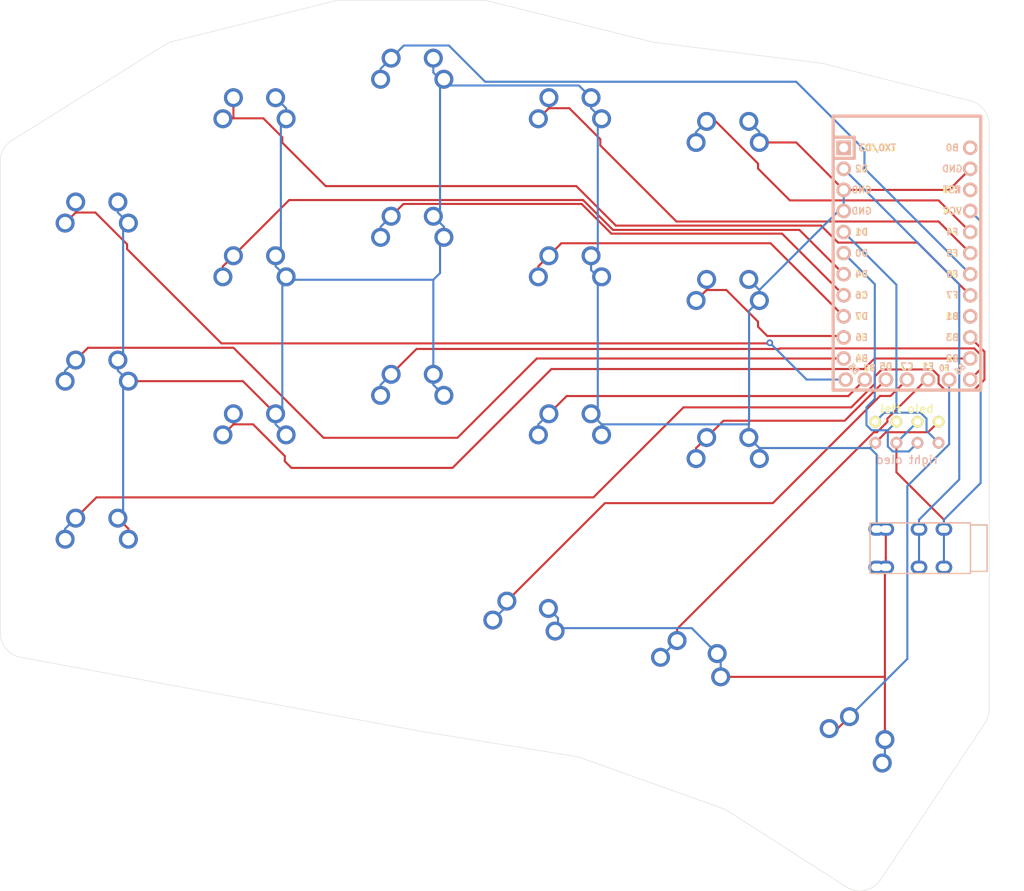
<source format=kicad_pcb>
(kicad_pcb (version 20240108) (generator "pcbnew") (generator_version "8.0")
  (title_block (title "simple_split") (rev "v1.0.0") (company "Unknown"))
  (layers (0 "F.Cu" signal) (31 "B.Cu" signal) (34 "B.Paste" user) (35 "F.Paste" user) (36 "B.SilkS" user "B.Silkscreen") (37 "F.SilkS" user "F.Silkscreen") (38 "B.Mask" user) (39 "F.Mask" user) (44 "Edge.Cuts" user))
  (net 0 "")
  (net 1 "gnd")
  (net 2 "vcc")
  (net 3 "Switch18")
  (net 4 "reset")
  (net 5 "Switch1")
  (net 6 "Switch2")
  (net 7 "Switch3")
  (net 8 "Switch4")
  (net 9 "Switch5")
  (net 10 "Switch6")
  (net 11 "Switch7")
  (net 12 "Switch8")
  (net 13 "Switch9")
  (net 14 "Switch10")
  (net 15 "Switch11")
  (net 16 "Switch12")
  (net 17 "Switch13")
  (net 18 "Switch14")
  (net 19 "Switch15")
  (net 20 "Switch16")
  (net 21 "Switch17")
  (net 22 "raw")
  (net 24 "led")
  (net 25 "data")
  (net 26 "sda")
  (net 27 "scl")
  (footprint "MX" (layer "F.Cu") (at 82.75 92.9005)
    (property "Reference" "S3" (hide yes))
    (property "Value" "" (hide yes))
  )
  (footprint "Keebio-Parts:Elite-C" (layer "F.Cu") (at 180.34 95.25 -90)
    (property "Reference" "U2" (hide yes))
    (property "Value" "Elite-C" (hide yes))
  )
  (footprint "MX" (layer "F.Cu") (at 101.75 118.4275)
    (property "Reference" "S4" (hide yes))
    (property "Value" "" (hide yes))
  )
  (footprint "MX" (layer "F.Cu") (at 158.75 121.285)
    (property "Reference" "S13" (hide yes))
    (property "Value" "" (hide yes))
  )
  (footprint "MX" (layer "F.Cu") (at 120.75 94.615)
    (property "Reference" "S8" (hide yes))
    (property "Value" "" (hide yes))
  )
  (footprint "sweep36:OLED_v2" (layer "F.Cu") (at 180.34 114.3)
    (property "Reference" "OL1")
    (property "Value" "OLED" (hide yes))
  )
  (footprint "MX" (layer "F.Cu") (at 120.75 75.565)
    (property "Reference" "S9" (hide yes))
    (property "Value" "" (hide yes))
  )
  (footprint "Keebio-Parts:TRRS-PJ-320A" (layer "F.Cu") (at 187.9925 129.54 -90)
    (property "Reference" "J2" (hide yes))
    (property "Value" "AudioJack4dpb")
  )
  (footprint "MX" (layer "F.Cu") (at 172.786 155.488 -33)
    (property "Reference" "S18" (hide yes))
    (property "Value" "" (hide yes))
  )
  (footprint "MX" (layer "F.Cu") (at 139.75 80.3275)
    (property "Reference" "S12" (hide yes))
    (property "Value" "" (hide yes))
  )
  (footprint "MX" (layer "F.Cu") (at 82.75 111.9505)
    (property "Reference" "S2" (hide yes))
    (property "Value" "" (hide yes))
  )
  (footprint "MX" (layer "F.Cu") (at 120.75 113.665)
    (property "Reference" "S7" (hide yes))
    (property "Value" "" (hide yes))
  )
  (footprint "MX" (layer "F.Cu") (at 158.75 83.185)
    (property "Reference" "S15" (hide yes))
    (property "Value" "" (hide yes))
  )
  (footprint "MX" (layer "F.Cu") (at 133.766 141.3676 -10)
    (property "Reference" "S16" (hide yes))
    (property "Value" "" (hide yes))
  )
  (footprint "MX" (layer "F.Cu") (at 158.75 102.235)
    (property "Reference" "S14" (hide yes))
    (property "Value" "" (hide yes))
  )
  (footprint "MX" (layer "F.Cu") (at 101.75 99.3775)
    (property "Reference" "S5" (hide yes))
    (property "Value" "" (hide yes))
  )
  (footprint "MX" (layer "F.Cu") (at 101.75 80.3275)
    (property "Reference" "S6" (hide yes))
    (property "Value" "" (hide yes))
  )
  (footprint "MX" (layer "F.Cu") (at 82.75 131.0005)
    (property "Reference" "S1" (hide yes))
    (property "Value" "" (hide yes))
  )
  (footprint "MX" (layer "F.Cu") (at 153.4945 146.2865 -18)
    (property "Reference" "S17" (hide yes))
    (property "Value" "" (hide yes))
  )
  (footprint "MX" (layer "F.Cu") (at 139.75 99.3775)
    (property "Reference" "S11" (hide yes))
    (property "Value" "" (hide yes))
  )
  (footprint "MX" (layer "F.Cu") (at 139.75 118.4275)
    (property "Reference" "S10" (hide yes))
    (property "Value" "" (hide yes))
  )
  (footprint "sweep36:OLED_v2" (layer "B.Cu") (at 180.34 116.84 180)
    (property "Reference" "OL2")
    (property "Value" "OLED" (hide yes))
  )
  (footprint "Keebio-Parts:TRRS-PJ-320A" (layer "B.Cu") (at 187.9925 129.54 90)
    (property "Reference" "J1" (hide yes))
    (property "Value" "AudioJack4dpb")
  )
  (gr_arc (start 71.12 82.942743) (mid 71.496073 81.488437) (end 72.530003 80.398748) (stroke (width 0.05)) (layer "Edge.Cuts"))
  (gr_arc (start 73.57426 142.694038) (mid 71.813789 141.662789) (end 71.12 139.744094) (stroke (width 0.05)) (layer "Edge.Cuts"))
  (gr_line (start 71.12 139.744094) (end 71.12 82.942743) (stroke (width 0.05)) (layer "Edge.Cuts"))
  (gr_arc (start 158.173153 160.920698) (mid 158.487388 161.053523) (end 158.784512 161.221164) (stroke (width 0.05)) (layer "Edge.Cuts"))
  (gr_arc (start 140.445384 154.642116) (mid 140.712885 154.698102) (end 140.974179 154.778207) (stroke (width 0.05)) (layer "Edge.Cuts"))
  (gr_line (start 72.530003 80.398748) (end 91.037773 68.831392) (stroke (width 0.05)) (layer "Edge.Cuts"))
  (gr_arc (start 111.40171 63.589572) (mid 111.762767 63.522477) (end 112.129317 63.5) (stroke (width 0.05)) (layer "Edge.Cuts"))
  (gr_line (start 140.445384 154.642116) (end 121.952827 151.643323) (stroke (width 0.05)) (layer "Edge.Cuts"))
  (gr_arc (start 91.037773 68.831392) (mid 91.454573 68.614298) (end 91.900163 68.464959) (stroke (width 0.05)) (layer "Edge.Cuts"))
  (gr_line (start 158.173153 160.920698) (end 140.974179 154.778207) (stroke (width 0.05)) (layer "Edge.Cuts"))
  (gr_line (start 173.032843 170.365616) (end 158.784512 161.221164) (stroke (width 0.05)) (layer "Edge.Cuts"))
  (gr_arc (start 121.952827 151.643323) (mid 121.920032 151.637819) (end 121.8873 151.631951) (stroke (width 0.05)) (layer "Edge.Cuts"))
  (gr_arc (start 129.170683 63.5) (mid 129.537233 63.522477) (end 129.89829 63.589572) (stroke (width 0.05)) (layer "Edge.Cuts"))
  (gr_arc (start 190.246 148.951673) (mid 190.117276 149.821026) (end 189.742151 150.615774) (stroke (width 0.05)) (layer "Edge.Cuts"))
  (gr_line (start 91.900163 68.464959) (end 111.40171 63.589572) (stroke (width 0.05)) (layer "Edge.Cuts"))
  (gr_line (start 170.359959 71.165559) (end 187.982266 75.626903) (stroke (width 0.05)) (layer "Edge.Cuts"))
  (gr_arc (start 177.149362 169.504958) (mid 175.267159 170.777363) (end 173.032843 170.365616) (stroke (width 0.05)) (layer "Edge.Cuts"))
  (gr_arc (start 150.039757 68.60247) (mid 149.861003 68.574632) (end 149.684254 68.536064) (stroke (width 0.05)) (layer "Edge.Cuts"))
  (gr_line (start 121.8873 151.631951) (end 73.57426 142.694038) (stroke (width 0.05)) (layer "Edge.Cuts"))
  (gr_line (start 150.039757 68.60247) (end 169.995797 71.096975) (stroke (width 0.05)) (layer "Edge.Cuts"))
  (gr_arc (start 187.982266 75.626903) (mid 189.613361 76.692436) (end 190.246 78.535152) (stroke (width 0.05)) (layer "Edge.Cuts"))
  (gr_line (start 190.246 78.535152) (end 190.246 148.951673) (stroke (width 0.05)) (layer "Edge.Cuts"))
  (gr_arc (start 169.995797 71.096975) (mid 170.178938 71.125639) (end 170.359959 71.165559) (stroke (width 0.05)) (layer "Edge.Cuts"))
  (gr_line (start 129.89829 63.589572) (end 149.684254 68.536064) (stroke (width 0.05)) (layer "Edge.Cuts"))
  (gr_line (start 189.742151 150.615774) (end 177.149362 169.504958) (stroke (width 0.05)) (layer "Edge.Cuts"))
  (gr_line (start 112.129317 63.5) (end 129.170683 63.5) (stroke (width 0.05)) (layer "Edge.Cuts"))
  (segment (start 177.7925 127.24) (end 176.6925 127.24) (width 0.25) (layer "F.Cu") (net 1))
  (segment (start 182.88 115.57) (end 184.15 114.3) (width 0.25) (layer "F.Cu") (net 1))
  (segment (start 177.683 131.84) (end 177.683 145.0482) (width 0.25) (layer "F.Cu") (net 1))
  (segment (start 177.683 131.84) (end 176.6925 131.84) (width 0.25) (layer "F.Cu") (net 1))
  (segment (start 176.53 116.84) (end 177.8 115.57) (width 0.25) (layer "F.Cu") (net 1))
  (segment (start 86.56 109.4105) (end 100.353 109.4105) (width 0.25) (layer "F.Cu") (net 1))
  (segment (start 185.42 86.36) (end 172.72 86.36) (width 0.25) (layer "F.Cu") (net 1))
  (segment (start 85.29 125.9205) (end 86.56 127.1905) (width 0.25) (layer "F.Cu") (net 1))
  (segment (start 177.8 115.57) (end 182.88 115.57) (width 0.25) (layer "F.Cu") (net 1))
  (segment (start 167.005 80.645) (end 162.56 80.645) (width 0.25) (layer "F.Cu") (net 1))
  (segment (start 177.7925 131.84) (end 177.7925 130.7133) (width 0.25) (layer "F.Cu") (net 1))
  (segment (start 177.7925 127.24) (end 177.7925 130.7133) (width 0.25) (layer "F.Cu") (net 1))
  (segment (start 177.683 145.0482) (end 177.683 152.6109) (width 0.25) (layer "F.Cu") (net 1))
  (segment (start 172.72 86.36) (end 167.005 80.645) (width 0.25) (layer "F.Cu") (net 1))
  (segment (start 100.353 109.4105) (end 104.29 113.3475) (width 0.25) (layer "F.Cu") (net 1))
  (segment (start 177.683 145.0482) (end 157.9029 145.0482) (width 0.25) (layer "F.Cu") (net 1))
  (segment (start 177.7925 131.84) (end 177.683 131.84) (width 0.25) (layer "F.Cu") (net 1))
  (segment (start 86.56 127.1905) (end 86.56 128.4605) (width 0.25) (layer "F.Cu") (net 1))
  (segment (start 187.96 83.82) (end 185.42 86.36) (width 0.25) (layer "F.Cu") (net 1))
  (segment (start 161.29 114.6175) (end 143.56 114.6175) (width 0.25) (layer "B.Cu") (net 1))
  (segment (start 157.48 142.24) (end 154.4191 139.1791) (width 0.25) (layer "B.Cu") (net 1))
  (segment (start 143.56 114.6175) (end 143.56 115.8875) (width 0.25) (layer "B.Cu") (net 1))
  (segment (start 172.72 88.9) (end 172.72 86.36) (width 0.25) (layer "B.Cu") (net 1))
  (segment (start 177.683 155.1146) (end 177.683 152.6109) (width 0.25) (layer "B.Cu") (net 1))
  (segment (start 142.29 94.2975) (end 143.0983 93.4892) (width 0.25) (layer "B.Cu") (net 1))
  (segment (start 105.56 96.8375) (end 104.29 95.5675) (width 0.25) (layer "B.Cu") (net 1))
  (segment (start 104.29 114.6175) (end 104.29 113.3475) (width 0.25) (layer "B.Cu") (net 1))
  (segment (start 143.0983 93.4892) (end 143.0983 78.2492) (width 0.25) (layer "B.Cu") (net 1))
  (segment (start 85.29 106.8705) (end 85.925 106.2355) (width 0.25) (layer "B.Cu") (net 1))
  (segment (start 142.29 96.0293) (end 143.0982 96.8375) (width 0.25) (layer "B.Cu") (net 1))
  (segment (start 105.9133 97.1908) (end 123.29 97.1908) (width 0.25) (layer "B.Cu") (net 1))
  (segment (start 140.8203 73.7778) (end 125.3128 73.7778) (width 0.25) (layer "B.Cu") (net 1))
  (segment (start 104.925 78.4225) (end 105.56 77.7875) (width 0.25) (layer "B.Cu") (net 1))
  (segment (start 104.29 94.2975) (end 104.925 93.6625) (width 0.25) (layer "B.Cu") (net 1))
  (segment (start 123.29 70.485) (end 123.29 72.2168) (width 0.25) (layer "B.Cu") (net 1))
  (segment (start 123.29 89.535) (end 124.56 90.805) (width 0.25) (layer "B.Cu") (net 1))
  (segment (start 143.56 77.7875) (end 142.29 76.5175) (width 0.25) (layer "B.Cu") (net 1))
  (segment (start 175.895 117.475) (end 176.53 116.84) (width 0.25) (layer "B.Cu") (net 1))
  (segment (start 162.56 79.375) (end 161.29 78.105) (width 0.25) (layer "B.Cu") (net 1))
  (segment (start 85.925 90.9955) (end 86.56 90.3605) (width 0.25) (layer "B.Cu") (net 1))
  (segment (start 176.6925 118.2725) (end 175.895 117.475) (width 0.25) (layer "B.Cu") (net 1))
  (segment (start 172.085 88.9) (end 172.72 88.9) (width 0.25) (layer "B.Cu") (net 1))
  (segment (start 157.9029 142.6629) (end 157.48 142.24) (width 0.25) (layer "B.Cu") (net 1))
  (segment (start 105.56 115.8875) (end 104.29 114.6175) (width 0.25) (layer "B.Cu") (net 1))
  (segment (start 138.3079 137.9642) (end 137.1495 136.8058) (width 0.25) (layer "B.Cu") (net 1))
  (segment (start 123.29 97.1908) (end 123.29 108.585) (width 0.25) (layer "B.Cu") (net 1))
  (segment (start 162.56 118.745) (end 162.56 117.475) (width 0.25) (layer "B.Cu") (net 1))
  (segment (start 123.29 109.855) (end 123.29 108.585) (width 0.25) (layer "B.Cu") (net 1))
  (segment (start 161.3206 114.5869) (end 161.29 114.6175) (width 0.25) (layer "B.Cu") (net 1))
  (segment (start 86.56 90.3605) (end 85.29 89.0905) (width 0.25) (layer "B.Cu") (net 1))
  (segment (start 123.29 72.2168) (end 124.0982 73.025) (width 0.25) (layer "B.Cu") (net 1))
  (segment (start 85.925 110.0455) (end 86.56 109.4105) (width 0.25) (layer "B.Cu") (net 1))
  (segment (start 104.29 113.3475) (end 105.0983 112.5392) (width 0.25) (layer "B.Cu") (net 1))
  (segment (start 143.0982 96.8375) (end 143.56 96.8375) (width 0.25) (layer "B.Cu") (net 1))
  (segment (start 143.0983 78.2492) (end 143.56 77.7875) (width 0.25) (layer "B.Cu") (net 1))
  (segment (start 142.29 76.5175) (end 142.29 75.2475) (width 0.25) (layer "B.Cu") (net 1))
  (segment (start 162.56 98.425) (end 172.085 88.9) (width 0.25) (layer "B.Cu") (net 1))
  (segment (start 138.3079 139.1791) (end 137.9592 139.5278) (width 0.25) (layer "B.Cu") (net 1))
  (segment (start 125.3128 73.7778) (end 124.56 73.025) (width 0.25) (layer "B.Cu") (net 1))
  (segment (start 105.56 96.8375) (end 105.9133 97.1908) (width 0.25) (layer "B.Cu") (net 1))
  (segment (start 85.925 125.2855) (end 85.925 110.0455) (width 0.25) (layer "B.Cu") (net 1))
  (segment (start 124.0983 92.5367) (end 124.56 92.075) (width 0.25) (layer "B.Cu") (net 1))
  (segment (start 104.925 93.6625) (end 104.925 78.4225) (width 0.25) (layer "B.Cu") (net 1))
  (segment (start 105.56 77.7875) (end 105.56 76.5175) (width 0.25) (layer "B.Cu") (net 1))
  (segment (start 162.56 117.475) (end 175.895 117.475) (width 0.25) (layer "B.Cu") (net 1))
  (segment (start 124.0982 73.025) (end 124.0982 88.7268) (width 0.25) (layer "B.Cu") (net 1))
  (segment (start 157.9029 145.0482) (end 157.9029 142.6629) (width 0.25) (layer "B.Cu") (net 1))
  (segment (start 143.0982 96.8375) (end 143.0982 112.5393) (width 0.25) (layer "B.Cu") (net 1))
  (segment (start 105.0983 112.5392) (end 105.0983 98.0058) (width 0.25) (layer "B.Cu") (net 1))
  (segment (start 105.56 76.5175) (end 104.29 75.2475) (width 0.25) (layer "B.Cu") (net 1))
  (segment (start 142.29 113.3475) (end 143.56 114.6175) (width 0.25) (layer "B.Cu") (net 1))
  (segment (start 85.29 108.1405) (end 85.29 106.8705) (width 0.25) (layer "B.Cu") (net 1))
  (segment (start 154.4191 139.1791) (end 138.3079 139.1791) (width 0.25) (layer "B.Cu") (net 1))
  (segment (start 161.3206 100.9344) (end 161.3206 114.5869) (width 0.25) (layer "B.Cu") (net 1))
  (segment (start 162.56 99.695) (end 161.3206 100.9344) (width 0.25) (layer "B.Cu") (net 1))
  (segment (start 124.0982 88.7268) (end 123.29 89.535) (width 0.25) (layer "B.Cu") (net 1))
  (segment (start 124.56 111.125) (end 123.29 109.855) (width 0.25) (layer "B.Cu") (net 1))
  (segment (start 123.29 97.1908) (end 124.0983 96.3825) (width 0.25) (layer "B.Cu") (net 1))
  (segment (start 86.56 109.4105) (end 85.29 108.1405) (width 0.25) (layer "B.Cu") (net 1))
  (segment (start 124.0983 96.3825) (end 124.0983 92.5367) (width 0.25) (layer "B.Cu") (net 1))
  (segment (start 143.0982 112.5393) (end 142.29 113.3475) (width 0.25) (layer "B.Cu") (net 1))
  (segment (start 142.29 75.2475) (end 140.8203 73.7778) (width 0.25) (layer "B.Cu") (net 1))
  (segment (start 176.6925 127.24) (end 176.6925 118.2725) (width 0.25) (layer "B.Cu") (net 1))
  (segment (start 105.0983 98.0058) (end 105.9133 97.1908) (width 0.25) (layer "B.Cu") (net 1))
  (segment (start 104.29 95.5675) (end 104.29 94.2975) (width 0.25) (layer "B.Cu") (net 1))
  (segment (start 142.29 94.2975) (end 142.29 96.0293) (width 0.25) (layer "B.Cu") (net 1))
  (segment (start 177.3647 155.4329) (end 177.683 155.1146) (width 0.25) (layer "B.Cu") (net 1))
  (segment (start 161.29 116.205) (end 161.29 114.6175) (width 0.25) (layer "B.Cu") (net 1))
  (segment (start 162.56 117.475) (end 161.29 116.205) (width 0.25) (layer "B.Cu") (net 1))
  (segment (start 138.3079 139.1791) (end 138.3079 137.9642) (width 0.25) (layer "B.Cu") (net 1))
  (segment (start 85.925 106.2355) (end 85.925 90.9955) (width 0.25) (layer "B.Cu") (net 1))
  (segment (start 85.29 89.0905) (end 85.29 87.8205) (width 0.25) (layer "B.Cu") (net 1))
  (segment (start 85.29 125.9205) (end 85.925 125.2855) (width 0.25) (layer "B.Cu") (net 1))
  (segment (start 162.56 98.425) (end 161.29 97.155) (width 0.25) (layer "B.Cu") (net 1))
  (segment (start 162.56 80.645) (end 162.56 79.375) (width 0.25) (layer "B.Cu") (net 1))
  (segment (start 162.56 99.695) (end 162.56 98.425) (width 0.25) (layer "B.Cu") (net 1))
  (segment (start 124.56 90.805) (end 124.56 92.075) (width 0.25) (layer "B.Cu") (net 1))
  (segment (start 124.0982 73.025) (end 124.56 73.025) (width 0.25) (layer "B.Cu") (net 1))
  (segment (start 184.7925 126.1133) (end 179.07 120.3908) (width 0.25) (layer "F.Cu") (net 2))
  (segment (start 179.07 120.3908) (end 179.07 116.84) (width 0.25) (layer "F.Cu") (net 2))
  (segment (start 184.7925 127.24) (end 184.7925 126.1133) (width 0.25) (layer "F.Cu") (net 2))
  (segment (start 179.07 116.84) (end 181.61 114.3) (width 0.25) (layer "B.Cu") (net 2))
  (segment (start 189.2148 121.691) (end 189.2148 90.1548) (width 0.25) (layer "B.Cu") (net 2))
  (segment (start 184.7925 126.1133) (end 189.2148 121.691) (width 0.25) (layer "B.Cu") (net 2))
  (segment (start 189.2148 90.1548) (end 187.96 88.9) (width 0.25) (layer "B.Cu") (net 2))
  (segment (start 184.7925 127.24) (end 184.7925 126.1133) (width 0.25) (layer "B.Cu") (net 2))
  (segment (start 184.7925 127.24) (end 184.7925 131.84) (width 0.25) (layer "B.Cu") (net 2))
  (segment (start 178.3617 111.1983) (end 180.34 109.22) (width 0.25) (layer "F.Cu") (net 3))
  (segment (start 177.096 111.1983) (end 178.3617 111.1983) (width 0.25) (layer "F.Cu") (net 3))
  (segment (start 164.181 124.1133) (end 177.096 111.1983) (width 0.25) (layer "F.Cu") (net 3))
  (segment (start 143.9571 124.1133) (end 164.181 124.1133) (width 0.25) (layer "F.Cu") (net 3))
  (segment (start 132.1467 135.9237) (end 143.9571 124.1133) (width 0.25) (layer "F.Cu") (net 3))
  (segment (start 132.1467 136.5128) (end 132.1467 135.9237) (width 0.25) (layer "B.Cu") (net 3))
  (segment (start 130.4549 138.2046) (end 132.1467 136.5128) (width 0.25) (layer "B.Cu") (net 3))
  (segment (start 80.21 87.8205) (end 80.21 89.0905) (width 0.25) (layer "F.Cu") (net 5))
  (segment (start 86.4024 93.4952) (end 86.4024 92.9084) (width 0.25) (layer "F.Cu") (net 5))
  (segment (start 82.5845 89.0905) (end 80.21 89.0905) (width 0.25) (layer "F.Cu") (net 5))
  (segment (start 163.744 104.8617) (end 97.7689 104.8617) (width 0.25) (layer "F.Cu") (net 5))
  (segment (start 97.7689 104.8617) (end 86.4024 93.4952) (width 0.25) (layer "F.Cu") (net 5))
  (segment (start 163.8184 104.7873) (end 163.744 104.8617) (width 0.25) (layer "F.Cu") (net 5))
  (segment (start 86.4024 92.9084) (end 82.5845 89.0905) (width 0.25) (layer "F.Cu") (net 5))
  (segment (start 80.21 89.0905) (end 78.94 90.3605) (width 0.25) (layer "F.Cu") (net 5))
  (via (at 163.8184 104.7873) (size 0.8) (drill 0.4) (layers "F.Cu" "B.Cu") (net 5))
  (segment (start 172.9486 109.22) (end 168.2511 109.22) (width 0.25) (layer "B.Cu") (net 5))
  (segment (start 168.2511 109.22) (end 163.8184 104.7873) (width 0.25) (layer "B.Cu") (net 5))
  (segment (start 169.9923 90.6649) (end 172.0389 92.7115) (width 0.25) (layer "F.Cu") (net 6))
  (segment (start 140.5083 85.9029) (end 145.2703 90.6649) (width 0.25) (layer "F.Cu") (net 6))
  (segment (start 105.0983 80.0221) (end 105.0983 80.6714) (width 0.25) (layer "F.Cu") (net 6))
  (segment (start 181.6115 92.7115) (end 187.96 99.06) (width 0.25) (layer "F.Cu") (net 6))
  (segment (start 105.0983 80.6714) (end 110.3298 85.9029) (width 0.25) (layer "F.Cu") (net 6))
  (segment (start 97.9907 77.7368) (end 99.21 77.7368) (width 0.25) (layer "F.Cu") (net 6))
  (segment (start 99.21 77.7368) (end 102.813 77.7368) (width 0.25) (layer "F.Cu") (net 6))
  (segment (start 145.2703 90.6649) (end 169.9923 90.6649) (width 0.25) (layer "F.Cu") (net 6))
  (segment (start 102.813 77.7368) (end 105.0983 80.0221) (width 0.25) (layer "F.Cu") (net 6))
  (segment (start 97.94 77.7875) (end 97.9907 77.7368) (width 0.25) (layer "F.Cu") (net 6))
  (segment (start 99.21 77.7368) (end 99.21 75.2475) (width 0.25) (layer "F.Cu") (net 6))
  (segment (start 172.0389 92.7115) (end 181.6115 92.7115) (width 0.25) (layer "F.Cu") (net 6))
  (segment (start 110.3298 85.9029) (end 140.5083 85.9029) (width 0.25) (layer "F.Cu") (net 6))
  (segment (start 175.2226 81.5495) (end 166.9992 73.3261) (width 0.25) (layer "B.Cu") (net 7))
  (segment (start 175.2226 83.7826) (end 175.2226 81.5495) (width 0.25) (layer "B.Cu") (net 7))
  (segment (start 129.5243 73.3261) (end 125.1589 68.9607) (width 0.25) (layer "B.Cu") (net 7))
  (segment (start 119.7343 68.9607) (end 118.21 70.485) (width 0.25) (layer "B.Cu") (net 7))
  (segment (start 116.94 73.025) (end 116.94 71.755) (width 0.25) (layer "B.Cu") (net 7))
  (segment (start 125.1589 68.9607) (end 119.7343 68.9607) (width 0.25) (layer "B.Cu") (net 7))
  (segment (start 116.94 71.755) (end 118.21 70.485) (width 0.25) (layer "B.Cu") (net 7))
  (segment (start 187.96 96.52) (end 175.2226 83.7826) (width 0.25) (layer "B.Cu") (net 7))
  (segment (start 166.9992 73.3261) (end 129.5243 73.3261) (width 0.25) (layer "B.Cu") (net 7))
  (segment (start 152.5757 90.1715) (end 184.1515 90.1715) (width 0.25) (layer "F.Cu") (net 8))
  (segment (start 139.6683 76.5175) (end 143.4024 80.2516) (width 0.25) (layer "F.Cu") (net 8))
  (segment (start 184.1515 90.1715) (end 187.96 93.98) (width 0.25) (layer "F.Cu") (net 8))
  (segment (start 143.4024 80.9982) (end 152.5757 90.1715) (width 0.25) (layer "F.Cu") (net 8))
  (segment (start 137.21 76.5175) (end 139.6683 76.5175) (width 0.25) (layer "F.Cu") (net 8))
  (segment (start 137.21 76.5175) (end 135.94 77.7875) (width 0.25) (layer "F.Cu") (net 8))
  (segment (start 137.21 75.2475) (end 137.21 76.5175) (width 0.25) (layer "F.Cu") (net 8))
  (segment (start 143.4024 80.2516) (end 143.4024 80.9982) (width 0.25) (layer "F.Cu") (net 8))
  (segment (start 166.2397 87.63) (end 162.4024 83.7927) (width 0.25) (layer "F.Cu") (net 9))
  (segment (start 187.96 91.44) (end 184.15 87.63) (width 0.25) (layer "F.Cu") (net 9))
  (segment (start 184.15 87.63) (end 166.2397 87.63) (width 0.25) (layer "F.Cu") (net 9))
  (segment (start 162.4024 83.1946) (end 157.3128 78.105) (width 0.25) (layer "F.Cu") (net 9))
  (segment (start 162.4024 83.7927) (end 162.4024 83.1946) (width 0.25) (layer "F.Cu") (net 9))
  (segment (start 157.3128 78.105) (end 156.21 78.105) (width 0.25) (layer "F.Cu") (net 9))
  (segment (start 154.94 79.375) (end 156.21 78.105) (width 0.25) (layer "B.Cu") (net 9))
  (segment (start 154.94 80.645) (end 154.94 79.375) (width 0.25) (layer "B.Cu") (net 9))
  (segment (start 135.7509 106.68) (end 126.195 116.2359) (width 0.25) (layer "F.Cu") (net 10))
  (segment (start 126.195 116.2359) (end 110.0659 116.2359) (width 0.25) (layer "F.Cu") (net 10))
  (segment (start 81.6941 105.3864) (end 80.21 106.8705) (width 0.25) (layer "F.Cu") (net 10))
  (segment (start 172.72 106.68) (end 135.7509 106.68) (width 0.25) (layer "F.Cu") (net 10))
  (segment (start 110.0659 116.2359) (end 99.2164 105.3864) (width 0.25) (layer "F.Cu") (net 10))
  (segment (start 99.2164 105.3864) (end 81.6941 105.3864) (width 0.25) (layer "F.Cu") (net 10))
  (segment (start 80.21 106.8705) (end 78.94 108.1405) (width 0.25) (layer "B.Cu") (net 10))
  (segment (start 78.94 108.1405) (end 78.94 109.4105) (width 0.25) (layer "B.Cu") (net 10))
  (segment (start 144.924 91.1823) (end 141.3261 87.5844) (width 0.25) (layer "F.Cu") (net 11))
  (segment (start 172.72 96.52) (end 167.3823 91.1823) (width 0.25) (layer "F.Cu") (net 11))
  (segment (start 97.94 95.5675) (end 97.94 96.8375) (width 0.25) (layer "F.Cu") (net 11))
  (segment (start 141.3261 87.5844) (end 105.9231 87.5844) (width 0.25) (layer "F.Cu") (net 11))
  (segment (start 105.9231 87.5844) (end 99.21 94.2975) (width 0.25) (layer "F.Cu") (net 11))
  (segment (start 99.21 94.2975) (end 97.94 95.5675) (width 0.25) (layer "F.Cu") (net 11))
  (segment (start 167.3823 91.1823) (end 144.924 91.1823) (width 0.25) (layer "F.Cu") (net 11))
  (segment (start 118.21 89.535) (end 119.6941 88.0509) (width 0.25) (layer "F.Cu") (net 12))
  (segment (start 144.7369 91.6341) (end 165.2941 91.6341) (width 0.25) (layer "F.Cu") (net 12))
  (segment (start 119.6941 88.0509) (end 141.1537 88.0509) (width 0.25) (layer "F.Cu") (net 12))
  (segment (start 165.2941 91.6341) (end 172.72 99.06) (width 0.25) (layer "F.Cu") (net 12))
  (segment (start 141.1537 88.0509) (end 144.7369 91.6341) (width 0.25) (layer "F.Cu") (net 12))
  (segment (start 116.94 92.075) (end 116.94 90.805) (width 0.25) (layer "B.Cu") (net 12))
  (segment (start 116.94 90.805) (end 118.21 89.535) (width 0.25) (layer "B.Cu") (net 12))
  (segment (start 172.72 101.6) (end 163.9128 92.7928) (width 0.25) (layer "F.Cu") (net 13))
  (segment (start 135.94 95.5675) (end 135.94 96.8375) (width 0.25) (layer "F.Cu") (net 13))
  (segment (start 138.7147 92.7928) (end 137.21 94.2975) (width 0.25) (layer "F.Cu") (net 13))
  (segment (start 163.9128 92.7928) (end 138.7147 92.7928) (width 0.25) (layer "F.Cu") (net 13))
  (segment (start 137.21 94.2975) (end 135.94 95.5675) (width 0.25) (layer "F.Cu") (net 13))
  (segment (start 162.4024 102.8534) (end 162.4024 102.2459) (width 0.25) (layer "F.Cu") (net 14))
  (segment (start 162.4024 102.2459) (end 158.5815 98.425) (width 0.25) (layer "F.Cu") (net 14))
  (segment (start 172.72 104.14) (end 172.5454 103.9654) (width 0.25) (layer "F.Cu") (net 14))
  (segment (start 156.21 97.155) (end 156.21 98.425) (width 0.25) (layer "F.Cu") (net 14))
  (segment (start 156.21 98.425) (end 154.94 99.695) (width 0.25) (layer "F.Cu") (net 14))
  (segment (start 163.5144 103.9654) (end 162.4024 102.8534) (width 0.25) (layer "F.Cu") (net 14))
  (segment (start 158.5815 98.425) (end 156.21 98.425) (width 0.25) (layer "F.Cu") (net 14))
  (segment (start 172.5454 103.9654) (end 163.5144 103.9654) (width 0.25) (layer "F.Cu") (net 14))
  (segment (start 184.15 108.7567) (end 183.3948 108.0015) (width 0.25) (layer "F.Cu") (net 15))
  (segment (start 187.96 104.14) (end 189.6694 105.8494) (width 0.25) (layer "F.Cu") (net 15))
  (segment (start 176.463 109.7384) (end 173.6314 112.57) (width 0.25) (layer "F.Cu") (net 15))
  (segment (start 82.7094 123.4211) (end 80.21 125.9205) (width 0.25) (layer "F.Cu") (net 15))
  (segment (start 173.6314 112.57) (end 153.424 112.57) (width 0.25) (layer "F.Cu") (net 15))
  (segment (start 188.4326 110.4715) (end 184.9156 110.4715) (width 0.25) (layer "F.Cu") (net 15))
  (segment (start 184.9156 110.4715) (end 184.15 109.7059) (width 0.25) (layer "F.Cu") (net 15))
  (segment (start 184.15 109.7059) (end 184.15 108.7567) (width 0.25) (layer "F.Cu") (net 15))
  (segment (start 176.463 108.8493) (end 176.463 109.7384) (width 0.25) (layer "F.Cu") (net 15))
  (segment (start 183.3948 108.0015) (end 177.3108 108.0015) (width 0.25) (layer "F.Cu") (net 15))
  (segment (start 142.5729 123.4211) (end 82.7094 123.4211) (width 0.25) (layer "F.Cu") (net 15))
  (segment (start 177.3108 108.0015) (end 176.463 108.8493) (width 0.25) (layer "F.Cu") (net 15))
  (segment (start 189.6694 105.8494) (end 189.6694 109.2347) (width 0.25) (layer "F.Cu") (net 15))
  (segment (start 189.6694 109.2347) (end 188.4326 110.4715) (width 0.25) (layer "F.Cu") (net 15))
  (segment (start 153.424 112.57) (end 142.5729 123.4211) (width 0.25) (layer "F.Cu") (net 15))
  (segment (start 80.21 125.9205) (end 78.94 127.1905) (width 0.25) (layer "B.Cu") (net 15))
  (segment (start 78.94 127.1905) (end 78.94 128.4605) (width 0.25) (layer "B.Cu") (net 15))
  (segment (start 176.4326 106.68) (end 175.1626 107.95) (width 0.25) (layer "F.Cu") (net 16))
  (segment (start 99.21 114.6175) (end 97.94 115.8875) (width 0.25) (layer "F.Cu") (net 16))
  (segment (start 125.5984 119.8666) (end 106.1973 119.8666) (width 0.25) (layer "F.Cu") (net 16))
  (segment (start 137.515 107.95) (end 125.5984 119.8666) (width 0.25) (layer "F.Cu") (net 16))
  (segment (start 187.96 106.68) (end 176.4326 106.68) (width 0.25) (layer "F.Cu") (net 16))
  (segment (start 101.5783 114.6175) (end 99.21 114.6175) (width 0.25) (layer "F.Cu") (net 16))
  (segment (start 105.4024 118.4416) (end 101.5783 114.6175) (width 0.25) (layer "F.Cu") (net 16))
  (segment (start 99.21 113.3475) (end 99.21 114.6175) (width 0.25) (layer "F.Cu") (net 16))
  (segment (start 175.1626 107.95) (end 137.515 107.95) (width 0.25) (layer "F.Cu") (net 16))
  (segment (start 105.4024 119.0717) (end 105.4024 118.4416) (width 0.25) (layer "F.Cu") (net 16))
  (segment (start 106.1973 119.8666) (end 105.4024 119.0717) (width 0.25) (layer "F.Cu") (net 16))
  (segment (start 165.0561 105.4652) (end 188.4504 105.4652) (width 0.25) (layer "F.Cu") (net 17))
  (segment (start 189.1925 106.2073) (end 189.1925 107.9875) (width 0.25) (layer "F.Cu") (net 17))
  (segment (start 164.989 105.5323) (end 165.0561 105.4652) (width 0.25) (layer "F.Cu") (net 17))
  (segment (start 118.21 108.585) (end 121.2627 105.5323) (width 0.25) (layer "F.Cu") (net 17))
  (segment (start 189.1925 107.9875) (end 187.96 109.22) (width 0.25) (layer "F.Cu") (net 17))
  (segment (start 188.4504 105.4652) (end 189.1925 106.2073) (width 0.25) (layer "F.Cu") (net 17))
  (segment (start 121.2627 105.5323) (end 164.989 105.5323) (width 0.25) (layer "F.Cu") (net 17))
  (segment (start 116.94 109.855) (end 116.94 111.125) (width 0.25) (layer "B.Cu") (net 17))
  (segment (start 118.21 108.585) (end 116.94 109.855) (width 0.25) (layer "B.Cu") (net 17))
  (segment (start 139.3524 111.2051) (end 137.21 113.3475) (width 0.25) (layer "F.Cu") (net 18))
  (segment (start 175.26 109.22) (end 173.2749 111.2051) (width 0.25) (layer "F.Cu") (net 18))
  (segment (start 173.2749 111.2051) (end 139.3524 111.2051) (width 0.25) (layer "F.Cu") (net 18))
  (segment (start 135.94 114.6175) (end 137.21 113.3475) (width 0.25) (layer "B.Cu") (net 18))
  (segment (start 135.94 115.8875) (end 135.94 114.6175) (width 0.25) (layer "B.Cu") (net 18))
  (segment (start 156.21 116.205) (end 154.94 117.475) (width 0.25) (layer "F.Cu") (net 19))
  (segment (start 177.8 109.22) (end 172.8424 114.1776) (width 0.25) (layer "F.Cu") (net 19))
  (segment (start 158.2374 114.1776) (end 156.21 116.205) (width 0.25) (layer "F.Cu") (net 19))
  (segment (start 172.8424 114.1776) (end 158.2374 114.1776) (width 0.25) (layer "F.Cu") (net 19))
  (segment (start 154.94 117.475) (end 154.94 118.745) (width 0.25) (layer "F.Cu") (net 19))
  (segment (start 170.974 151.2827) (end 171.984 151.2827) (width 0.25) (layer "F.Cu") (net 20))
  (segment (start 171.984 151.2827) (end 173.4225 149.8442) (width 0.25) (layer "F.Cu") (net 20))
  (segment (start 180.3828 142.8839) (end 180.3828 122.0572) (width 0.25) (layer "B.Cu") (net 20))
  (segment (start 173.4225 149.8442) (end 180.3828 142.8839) (width 0.25) (layer "B.Cu") (net 20))
  (segment (start 185.42 117.02) (end 185.42 109.22) (width 0.25) (layer "B.Cu") (net 20))
  (segment (start 180.3828 122.0572) (end 185.42 117.02) (width 0.25) (layer "B.Cu") (net 20))
  (segment (start 176.724 115.57) (end 177.9829 114.3111) (width 0.25) (layer "F.Cu") (net 21))
  (segment (start 177.9829 114.3111) (end 177.9829 113.9231) (width 0.25) (layer "F.Cu") (net 21))
  (segment (start 177.9829 113.9231) (end 182.686 109.22) (width 0.25) (layer "F.Cu") (net 21))
  (segment (start 176.3469 115.57) (end 176.724 115.57) (width 0.25) (layer "F.Cu") (net 21))
  (segment (start 182.686 109.22) (end 182.88 109.22) (width 0.25) (layer "F.Cu") (net 21))
  (segment (start 152.6486 139.2683) (end 176.3469 115.57) (width 0.25) (layer "F.Cu") (net 21))
  (segment (start 152.6486 140.6702) (end 152.6486 139.2683) (width 0.25) (layer "F.Cu") (net 21))
  (segment (start 152.6486 140.7008) (end 152.6486 140.6702) (width 0.25) (layer "B.Cu") (net 21))
  (segment (start 150.6559 142.6935) (end 152.6486 140.7008) (width 0.25) (layer "B.Cu") (net 21))
  (segment (start 181.7925 126.1133) (end 186.6369 121.2689) (width 0.25) (layer "B.Cu") (net 25))
  (segment (start 186.6369 97.7369) (end 172.72 83.82) (width 0.25) (layer "B.Cu") (net 25))
  (segment (start 186.6369 121.2689) (end 186.6369 97.7369) (width 0.25) (layer "B.Cu") (net 25))
  (segment (start 181.7925 127.24) (end 181.7925 126.1133) (width 0.25) (layer "B.Cu") (net 25))
  (segment (start 181.7925 127.24) (end 181.7925 131.84) (width 0.25) (layer "B.Cu") (net 25))
  (segment (start 182.6972 113.936) (end 181.9729 113.2117) (width 0.25) (layer "B.Cu") (net 26))
  (segment (start 184.15 116.84) (end 182.6972 115.3872) (width 0.25) (layer "B.Cu") (net 26))
  (segment (start 179.07 113.2117) (end 179.07 97.79) (width 0.25) (layer "B.Cu") (net 26))
  (segment (start 182.6972 115.3872) (end 182.6972 113.936) (width 0.25) (layer "B.Cu") (net 26))
  (segment (start 179.07 113.2117) (end 177.6183 113.2117) (width 0.25) (layer "B.Cu") (net 26))
  (segment (start 177.6183 113.2117) (end 176.53 114.3) (width 0.25) (layer "B.Cu") (net 26))
  (segment (start 181.9729 113.2117) (end 179.07 113.2117) (width 0.25) (layer "B.Cu") (net 26))
  (segment (start 179.07 97.79) (end 172.72 91.44) (width 0.25) (layer "B.Cu") (net 26))
  (segment (start 178.0365 117.2884) (end 178.0365 115.3335) (width 0.25) (layer "B.Cu") (net 27))
  (segment (start 181.61 116.84) (end 180.5686 117.8814) (width 0.25) (layer "B.Cu") (net 27))
  (segment (start 179.07 114.3) (end 178.0365 115.3335) (width 0.25) (layer "B.Cu") (net 27))
  (segment (start 175.4605 112.5639) (end 176.4632 111.5612) (width 0.25) (layer "B.Cu") (net 27))
  (segment (start 176.4632 97.7232) (end 172.72 93.98) (width 0.25) (layer "B.Cu") (net 27))
  (segment (start 176.0836 115.3335) (end 175.4605 114.7104) (width 0.25) (layer "B.Cu") (net 27))
  (segment (start 178.0365 115.3335) (end 176.0836 115.3335) (width 0.25) (layer "B.Cu") (net 27))
  (segment (start 180.5686 117.8814) (end 178.6295 117.8814) (width 0.25) (layer "B.Cu") (net 27))
  (segment (start 178.6295 117.8814) (end 178.0365 117.2884) (width 0.25) (layer "B.Cu") (net 27))
  (segment (start 175.4605 114.7104) (end 175.4605 112.5639) (width 0.25) (layer "B.Cu") (net 27))
  (segment (start 176.4632 111.5612) (end 176.4632 97.7232) (width 0.25) (layer "B.Cu") (net 27))
)
</source>
